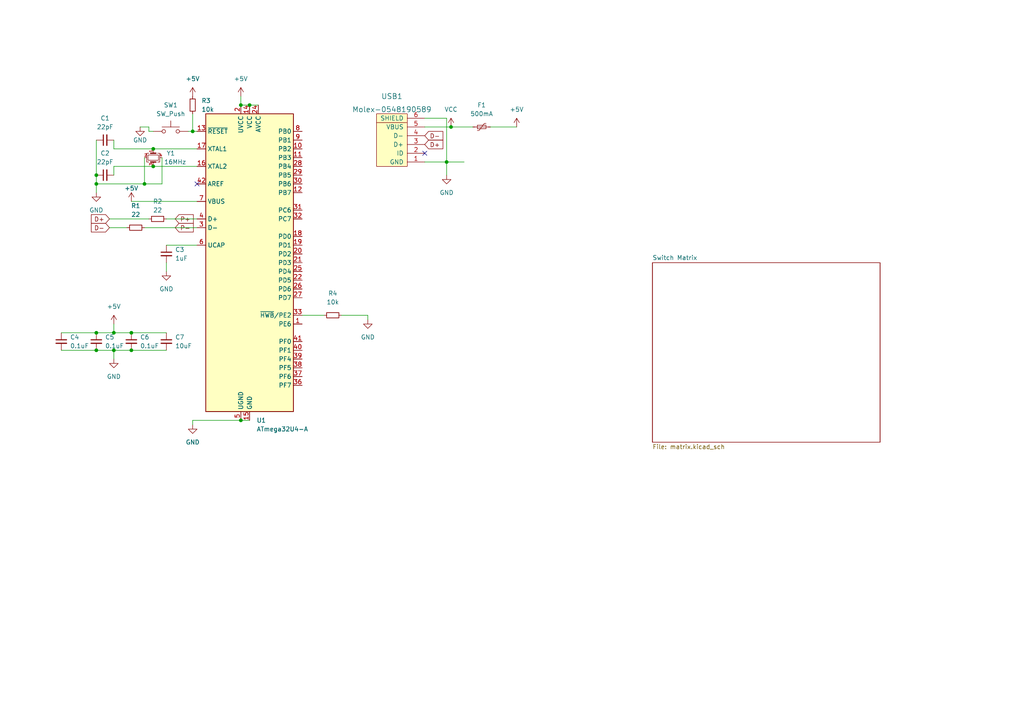
<source format=kicad_sch>
(kicad_sch (version 20211123) (generator eeschema)
  (paper "A4")
  (lib_symbols
    (symbol "Device:C_Small" (pin_numbers hide) (pin_names (offset 0.254) hide)
      (property "Reference" "C" (at 0.254 1.778 0))
      (property "Value" "C_Small" (at 0.254 -2.032 0))
      (symbol "C_Small_0_1"
        (polyline (pts (xy -1.524 -0.508) (xy 1.524 -0.508)) (stroke (width 0.3302)))
        (polyline (pts (xy -1.524 0.508) (xy 1.524 0.508)) (stroke (width 0.3048)))
      )
      (symbol "C_Small_1_1"
        (pin passive line (at 0 2.54 270) (length 2.032) (name "~") (number "1"))
        (pin passive line (at 0 -2.54 90) (length 2.032) (name "~") (number "2"))
      )
    )
    (symbol "Device:Crystal_GND24_Small" (pin_names (offset 1.016) hide)
      (property "Reference" "Y" (at 1.27 4.445 0))
      (property "Value" "Crystal_GND24_Small" (at 1.27 2.54 0))
      (symbol "Crystal_GND24_Small_0_1"
        (rectangle (start -0.762 -1.524) (end 0.762 1.524))
        (polyline (pts (xy -1.27 -0.762) (xy -1.27 0.762)) (stroke (width 0.381)))
        (polyline (pts (xy 1.27 -0.762) (xy 1.27 0.762)) (stroke (width 0.381)))
        (polyline (pts (xy -1.27 -1.27) (xy -1.27 -1.905) (xy 1.27 -1.905) (xy 1.27 -1.27)))
        (polyline (pts (xy -1.27 1.27) (xy -1.27 1.905) (xy 1.27 1.905) (xy 1.27 1.27)))
      )
      (symbol "Crystal_GND24_Small_1_1"
        (pin passive line (at -2.54 0 0) (length 1.27) (name "1") (number "1"))
        (pin passive line (at 0 -2.54 90) (length 0.635) (name "2") (number "2"))
        (pin passive line (at 2.54 0 180) (length 1.27) (name "3") (number "3"))
        (pin passive line (at 0 2.54 270) (length 0.635) (name "4") (number "4"))
      )
    )
    (symbol "Device:Polyfuse_Small" (pin_numbers hide) (pin_names (offset 0))
      (property "Reference" "F" (at -1.905 0 90))
      (property "Value" "Polyfuse_Small" (at 1.905 0 90))
      (symbol "Polyfuse_Small_0_1"
        (rectangle (start -0.508 1.27) (end 0.508 -1.27))
        (polyline (pts (xy 0 2.54) (xy 0 -2.54)))
        (polyline (pts (xy -1.016 1.27) (xy -1.016 0.762) (xy 1.016 -0.762) (xy 1.016 -1.27)))
      )
      (symbol "Polyfuse_Small_1_1"
        (pin passive line (at 0 2.54 270) (length 0.635) (name "~") (number "1"))
        (pin passive line (at 0 -2.54 90) (length 0.635) (name "~") (number "2"))
      )
    )
    (symbol "Device:R_Small" (pin_numbers hide) (pin_names (offset 0.254) hide)
      (property "Reference" "R" (at 0.762 0.508 0))
      (property "Value" "R_Small" (at 0.762 -1.016 0))
      (symbol "R_Small_0_1"
        (rectangle (start -0.762 1.778) (end 0.762 -1.778) (stroke (width 0.2032)))
      )
      (symbol "R_Small_1_1"
        (pin passive line (at 0 2.54 270) (length 0.762) (name "~") (number "1"))
        (pin passive line (at 0 -2.54 90) (length 0.762) (name "~") (number "2"))
      )
    )
    (symbol "MCU_Microchip_ATmega:ATmega32U4-A"
      (property "Reference" "U" (at -12.7 44.45 0))
      (property "Value" "ATmega32U4-A" (at 2.54 -44.45 0))
      (symbol "ATmega32U4-A_0_1"
        (rectangle (start -12.7 -43.18) (end 12.7 43.18) (stroke (width 0.254)) (fill (type background)))
      )
      (symbol "ATmega32U4-A_1_1"
        (pin bidirectional line (at 15.24 -17.78 180) (length 2.54) (name "PE6") (number "1"))
        (pin bidirectional line (at 15.24 33.02 180) (length 2.54) (name "PB2") (number "10"))
        (pin bidirectional line (at 15.24 30.48 180) (length 2.54) (name "PB3") (number "11"))
        (pin bidirectional line (at 15.24 20.32 180) (length 2.54) (name "PB7") (number "12"))
        (pin input line (at -15.24 38.1 0) (length 2.54) (name "~{RESET}") (number "13"))
        (pin power_in line (at 0 45.72 270) (length 2.54) (name "VCC") (number "14"))
        (pin power_in line (at 0 -45.72 90) (length 2.54) (name "GND") (number "15"))
        (pin output line (at -15.24 27.94 0) (length 2.54) (name "XTAL2") (number "16"))
        (pin input line (at -15.24 33.02 0) (length 2.54) (name "XTAL1") (number "17"))
        (pin bidirectional line (at 15.24 7.62 180) (length 2.54) (name "PD0") (number "18"))
        (pin bidirectional line (at 15.24 5.08 180) (length 2.54) (name "PD1") (number "19"))
        (pin power_in line (at -2.54 45.72 270) (length 2.54) (name "UVCC") (number "2"))
        (pin bidirectional line (at 15.24 2.54 180) (length 2.54) (name "PD2") (number "20"))
        (pin bidirectional line (at 15.24 0 180) (length 2.54) (name "PD3") (number "21"))
        (pin bidirectional line (at 15.24 -5.08 180) (length 2.54) (name "PD5") (number "22"))
        (pin passive line (at 0 -45.72 90) (length 2.54) hide (name "GND") (number "23"))
        (pin power_in line (at 2.54 45.72 270) (length 2.54) (name "AVCC") (number "24"))
        (pin bidirectional line (at 15.24 -2.54 180) (length 2.54) (name "PD4") (number "25"))
        (pin bidirectional line (at 15.24 -7.62 180) (length 2.54) (name "PD6") (number "26"))
        (pin bidirectional line (at 15.24 -10.16 180) (length 2.54) (name "PD7") (number "27"))
        (pin bidirectional line (at 15.24 27.94 180) (length 2.54) (name "PB4") (number "28"))
        (pin bidirectional line (at 15.24 25.4 180) (length 2.54) (name "PB5") (number "29"))
        (pin bidirectional line (at -15.24 10.16 0) (length 2.54) (name "D-") (number "3"))
        (pin bidirectional line (at 15.24 22.86 180) (length 2.54) (name "PB6") (number "30"))
        (pin bidirectional line (at 15.24 15.24 180) (length 2.54) (name "PC6") (number "31"))
        (pin bidirectional line (at 15.24 12.7 180) (length 2.54) (name "PC7") (number "32"))
        (pin bidirectional line (at 15.24 -15.24 180) (length 2.54) (name "~{HWB}/PE2") (number "33"))
        (pin passive line (at 0 45.72 270) (length 2.54) hide (name "VCC") (number "34"))
        (pin passive line (at 0 -45.72 90) (length 2.54) hide (name "GND") (number "35"))
        (pin bidirectional line (at 15.24 -35.56 180) (length 2.54) (name "PF7") (number "36"))
        (pin bidirectional line (at 15.24 -33.02 180) (length 2.54) (name "PF6") (number "37"))
        (pin bidirectional line (at 15.24 -30.48 180) (length 2.54) (name "PF5") (number "38"))
        (pin bidirectional line (at 15.24 -27.94 180) (length 2.54) (name "PF4") (number "39"))
        (pin bidirectional line (at -15.24 12.7 0) (length 2.54) (name "D+") (number "4"))
        (pin bidirectional line (at 15.24 -25.4 180) (length 2.54) (name "PF1") (number "40"))
        (pin bidirectional line (at 15.24 -22.86 180) (length 2.54) (name "PF0") (number "41"))
        (pin passive line (at -15.24 22.86 0) (length 2.54) (name "AREF") (number "42"))
        (pin passive line (at 0 -45.72 90) (length 2.54) hide (name "GND") (number "43"))
        (pin passive line (at 2.54 45.72 270) (length 2.54) hide (name "AVCC") (number "44"))
        (pin passive line (at -2.54 -45.72 90) (length 2.54) (name "UGND") (number "5"))
        (pin passive line (at -15.24 5.08 0) (length 2.54) (name "UCAP") (number "6"))
        (pin input line (at -15.24 17.78 0) (length 2.54) (name "VBUS") (number "7"))
        (pin bidirectional line (at 15.24 38.1 180) (length 2.54) (name "PB0") (number "8"))
        (pin bidirectional line (at 15.24 35.56 180) (length 2.54) (name "PB1") (number "9"))
      )
    )
    (symbol "Switch:SW_Push" (pin_numbers hide) (pin_names (offset 1.016) hide)
      (property "Reference" "SW" (at 1.27 2.54 0))
      (property "Value" "SW_Push" (at 0 -1.524 0))
      (symbol "SW_Push_0_1"
        (circle (center -2.032 0) (radius 0.508))
        (polyline (pts (xy 0 1.27) (xy 0 3.048)))
        (polyline (pts (xy 2.54 1.27) (xy -2.54 1.27)))
        (circle (center 2.032 0) (radius 0.508))
        (pin passive line (at -5.08 0 0) (length 2.54) (name "1") (number "1"))
        (pin passive line (at 5.08 0 180) (length 2.54) (name "2") (number "2"))
      )
    )
    (symbol "power:+5V" (power) (pin_names (offset 0))
      (property "Value" "+5V" (at 0 3.556 0))
      (symbol "+5V_0_1"
        (polyline (pts (xy -0.762 1.27) (xy 0 2.54)))
        (polyline (pts (xy 0 0) (xy 0 2.54)))
        (polyline (pts (xy 0 2.54) (xy 0.762 1.27)))
      )
      (symbol "+5V_1_1"
        (pin power_in line (at 0 0 90) (length 0) hide (name "+5V") (number "1"))
      )
    )
    (symbol "power:GND" (power) (pin_names (offset 0))
      (property "Value" "GND" (at 0 -3.81 0))
      (symbol "GND_0_1"
        (polyline (pts (xy 0 0) (xy 0 -1.27) (xy 1.27 -1.27) (xy 0 -2.54) (xy -1.27 -1.27) (xy 0 -1.27)))
      )
      (symbol "GND_1_1"
        (pin power_in line (at 0 0 270) (length 0) hide (name "GND") (number "1"))
      )
    )
    (symbol "power:VCC" (power) (pin_names (offset 0))
      (property "Value" "VCC" (at 0 3.81 0))
      (symbol "VCC_0_1"
        (polyline (pts (xy -0.762 1.27) (xy 0 2.54)))
        (polyline (pts (xy 0 0) (xy 0 2.54)))
        (polyline (pts (xy 0 2.54) (xy 0.762 1.27)))
      )
      (symbol "VCC_1_1"
        (pin power_in line (at 0 0 90) (length 0) hide (name "VCC") (number "1"))
      )
    )
    (symbol "random-keyboard-parts:Molex-0548190589" (pin_names (offset 1.016))
      (property "Reference" "USB" (at 0 7.62 0))
      (property "Value" "Molex-0548190589" (at 0 10.16 0))
      (symbol "Molex-0548190589_0_0"
        (polyline (pts (xy 6.35 -2.54) (xy 6.35 6.35)))
        (rectangle (start 8.89 -2.54) (end -6.35 6.35) (fill (type background)))
      )
      (symbol "Molex-0548190589_1_1"
        (pin input line (at -5.08 -7.62 90) (length 5.08) (name "GND") (number "1"))
        (pin input line (at -2.54 -7.62 90) (length 5.08) (name "ID") (number "2"))
        (pin input line (at 0 -7.62 90) (length 5.08) (name "D+") (number "3"))
        (pin input line (at 2.54 -7.62 90) (length 5.08) (name "D-") (number "4"))
        (pin input line (at 5.08 -7.62 90) (length 5.08) (name "VBUS") (number "5"))
        (pin input line (at 7.62 -7.62 90) (length 5.08) (name "SHIELD") (number "6"))
      )
    )
  )
  (junction (at 130.81 36.83))
  (junction (at 55.88 38.1))
  (junction (at 33.02 96.52))
  (junction (at 33.02 101.6))
  (junction (at 27.94 101.6))
  (junction (at 41.91 53.34))
  (junction (at 27.94 96.52))
  (junction (at 72.39 30.48))
  (junction (at 38.1 96.52))
  (junction (at 129.54 46.99))
  (junction (at 27.94 53.34))
  (junction (at 44.45 43.18))
  (junction (at 38.1 101.6))
  (junction (at 27.94 50.8))
  (junction (at 44.45 48.26))
  (junction (at 69.85 121.92))
  (junction (at 69.85 30.48))
  (no_connect (at 57.15 53.34))
  (no_connect (at 123.19 44.45))
  (wire (pts (xy 33.02 96.52) (xy 38.1 96.52)))
  (wire (pts (xy 43.18 36.83) (xy 40.64 36.83)))
  (wire (pts (xy 129.54 34.29) (xy 129.54 46.99)))
  (wire (pts (xy 123.19 36.83) (xy 130.81 36.83)))
  (wire (pts (xy 31.75 66.04) (xy 36.83 66.04)))
  (wire (pts (xy 38.1 58.42) (xy 57.15 58.42)))
  (wire (pts (xy 27.94 53.34) (xy 27.94 55.88)))
  (wire (pts (xy 27.94 40.64) (xy 27.94 50.8)))
  (wire (pts (xy 55.88 121.92) (xy 55.88 123.19)))
  (wire (pts (xy 130.81 36.83) (xy 137.16 36.83)))
  (wire (pts (xy 123.19 34.29) (xy 129.54 34.29)))
  (wire (pts (xy 129.54 46.99) (xy 129.54 50.8)))
  (wire (pts (xy 17.78 101.6) (xy 27.94 101.6)))
  (wire (pts (xy 55.88 38.1) (xy 57.15 38.1)))
  (wire (pts (xy 33.02 93.98) (xy 33.02 96.52)))
  (wire (pts (xy 41.91 53.34) (xy 46.99 53.34)))
  (wire (pts (xy 142.24 36.83) (xy 149.86 36.83)))
  (wire (pts (xy 54.61 38.1) (xy 55.88 38.1)))
  (wire (pts (xy 27.94 53.34) (xy 41.91 53.34)))
  (wire (pts (xy 38.1 101.6) (xy 48.26 101.6)))
  (wire (pts (xy 41.91 45.72) (xy 41.91 53.34)))
  (wire (pts (xy 27.94 101.6) (xy 33.02 101.6)))
  (wire (pts (xy 48.26 71.12) (xy 57.15 71.12)))
  (wire (pts (xy 44.45 43.18) (xy 33.02 43.18)))
  (wire (pts (xy 27.94 50.8) (xy 27.94 53.34)))
  (wire (pts (xy 41.91 66.04) (xy 57.15 66.04)))
  (wire (pts (xy 31.75 63.5) (xy 43.18 63.5)))
  (wire (pts (xy 99.06 91.44) (xy 106.68 91.44)))
  (wire (pts (xy 69.85 30.48) (xy 72.39 30.48)))
  (wire (pts (xy 69.85 121.92) (xy 72.39 121.92)))
  (wire (pts (xy 55.88 33.02) (xy 55.88 38.1)))
  (wire (pts (xy 87.63 91.44) (xy 93.98 91.44)))
  (wire (pts (xy 123.19 46.99) (xy 129.54 46.99)))
  (wire (pts (xy 106.68 91.44) (xy 106.68 92.71)))
  (wire (pts (xy 129.54 46.99) (xy 134.62 46.99)))
  (wire (pts (xy 33.02 40.64) (xy 33.02 43.18)))
  (wire (pts (xy 33.02 101.6) (xy 38.1 101.6)))
  (wire (pts (xy 69.85 27.94) (xy 69.85 30.48)))
  (wire (pts (xy 48.26 76.2) (xy 48.26 78.74)))
  (wire (pts (xy 33.02 101.6) (xy 33.02 104.14)))
  (wire (pts (xy 44.45 43.18) (xy 57.15 43.18)))
  (wire (pts (xy 48.26 63.5) (xy 57.15 63.5)))
  (wire (pts (xy 72.39 30.48) (xy 74.93 30.48)))
  (wire (pts (xy 55.88 121.92) (xy 69.85 121.92)))
  (wire (pts (xy 17.78 96.52) (xy 27.94 96.52)))
  (wire (pts (xy 46.99 45.72) (xy 46.99 53.34)))
  (wire (pts (xy 38.1 96.52) (xy 48.26 96.52)))
  (wire (pts (xy 43.18 38.1) (xy 43.18 36.83)))
  (wire (pts (xy 27.94 96.52) (xy 33.02 96.52)))
  (wire (pts (xy 44.45 38.1) (xy 43.18 38.1)))
  (wire (pts (xy 44.45 48.26) (xy 33.02 48.26)))
  (wire (pts (xy 33.02 48.26) (xy 33.02 50.8)))
  (wire (pts (xy 44.45 48.26) (xy 57.15 48.26)))
  (global_label "D-" (shape input) (at 31.75 66.04 180) (property "Intersheet References" "${INTERSHEET_REFS}" (effects hide)))
  (global_label "P+" (shape input) (at 50.8 63.5 0) (property "Intersheet References" "${INTERSHEET_REFS}" (effects hide)))
  (global_label "D+" (shape input) (at 123.19 41.91 0) (property "Intersheet References" "${INTERSHEET_REFS}" (effects hide)))
  (global_label "D-" (shape input) (at 123.19 39.37 0) (property "Intersheet References" "${INTERSHEET_REFS}" (effects hide)))
  (global_label "P-" (shape input) (at 50.8 66.04 0) (property "Intersheet References" "${INTERSHEET_REFS}" (effects hide)))
  (global_label "D+" (shape input) (at 31.75 63.5 180) (property "Intersheet References" "${INTERSHEET_REFS}" (effects hide)))
  (symbol (lib_id "power:GND") (at 129.54 50.8 0) (unit 1)
    (property "Reference" "#PWR0108" (effects hide))
    (property "Value" "GND" (at 129.54 55.88 0))
  )
  (symbol (lib_id "Device:C_Small") (at 30.48 40.64 90) (unit 1)
    (property "Reference" "C1" (at 30.4863 34.29 90))
    (property "Value" "22pF" (at 30.4863 36.83 90))
    (property "Footprint" "Capacitor_SMD:C_0805_2012Metric" (effects hide))
  )
  (symbol (lib_id "power:VCC") (at 130.81 36.83 0) (unit 1)
    (property "Reference" "#PWR0104" (effects hide))
    (property "Value" "VCC" (at 130.81 31.75 0))
  )
  (symbol (lib_id "Device:Crystal_GND24_Small") (at 44.45 45.72 270) (unit 1)
    (property "Reference" "Y1" (at 49.53 44.45 90))
    (property "Value" "16MHz" (at 50.8 46.99 90))
    (property "Footprint" "Crystal:Crystal_SMD_3225-4Pin_3.2x2.5mm" (effects hide))
  )
  (symbol (lib_id "Device:C_Small") (at 27.94 99.06 0) (unit 1)
    (property "Reference" "C5" (at 30.48 97.7962 0) (effects (justify left)))
    (property "Value" "0.1uF" (at 30.48 100.3362 0) (effects (justify left)))
    (property "Footprint" "Capacitor_SMD:C_0805_2012Metric" (effects hide))
  )
  (symbol (lib_id "power:+5V") (at 55.88 27.94 0) (mirror y) (unit 1)
    (property "Reference" "#PWR0111" (effects hide))
    (property "Value" "+5V" (at 55.88 22.86 0))
  )
  (symbol (lib_id "Device:R_Small") (at 39.37 66.04 90) (unit 1)
    (property "Reference" "R1" (at 39.37 59.69 90))
    (property "Value" "22" (at 39.37 62.23 90))
    (property "Footprint" "Resistor_SMD:R_0805_2012Metric" (effects hide))
  )
  (symbol (lib_id "power:GND") (at 106.68 92.71 0) (unit 1)
    (property "Reference" "#PWR0107" (effects hide))
    (property "Value" "GND" (at 106.68 97.79 0))
  )
  (symbol (lib_id "power:GND") (at 27.94 55.88 0) (unit 1)
    (property "Reference" "#PWR0101" (effects hide))
    (property "Value" "GND" (at 27.94 60.96 0))
  )
  (symbol (lib_id "Device:R_Small") (at 96.52 91.44 90) (unit 1)
    (property "Reference" "R4" (at 96.52 85.09 90))
    (property "Value" "10k" (at 96.52 87.63 90))
    (property "Footprint" "Resistor_SMD:R_0805_2012Metric" (effects hide))
  )
  (symbol (lib_id "Device:Polyfuse_Small") (at 139.7 36.83 90) (unit 1)
    (property "Reference" "F1" (at 139.7 30.48 90))
    (property "Value" "500mA" (at 139.7 33.02 90))
    (property "Footprint" "Fuse:Fuse_1206_3216Metric" (effects hide))
  )
  (symbol (lib_id "Device:C_Small") (at 48.26 73.66 0) (unit 1)
    (property "Reference" "C3" (at 50.8 72.3962 0) (effects (justify left)))
    (property "Value" "1uF" (at 50.8 74.9362 0) (effects (justify left)))
    (property "Footprint" "Capacitor_SMD:C_0805_2012Metric" (effects hide))
  )
  (symbol (lib_id "power:GND") (at 55.88 123.19 0) (unit 1)
    (property "Reference" "#PWR0106" (effects hide))
    (property "Value" "GND" (at 55.88 128.27 0))
  )
  (symbol (lib_id "Device:C_Small") (at 17.78 99.06 0) (unit 1)
    (property "Reference" "C4" (at 20.32 97.7962 0) (effects (justify left)))
    (property "Value" "0.1uF" (at 20.32 100.3362 0) (effects (justify left)))
    (property "Footprint" "Capacitor_SMD:C_0805_2012Metric" (effects hide))
  )
  (symbol (lib_id "power:+5V") (at 33.02 93.98 0) (unit 1)
    (property "Reference" "#PWR0103" (effects hide))
    (property "Value" "+5V" (at 33.02 88.9 0))
  )
  (symbol (lib_id "Device:C_Small") (at 30.48 50.8 90) (unit 1)
    (property "Reference" "C2" (at 30.48 44.45 90))
    (property "Value" "22pF" (at 30.48 46.99 90))
    (property "Footprint" "Capacitor_SMD:C_0805_2012Metric" (effects hide))
  )
  (symbol (lib_id "Device:R_Small") (at 45.72 63.5 90) (unit 1)
    (property "Reference" "R2" (at 45.72 58.42 90))
    (property "Value" "22" (at 45.72 60.96 90))
    (property "Footprint" "Resistor_SMD:R_0805_2012Metric" (effects hide))
  )
  (symbol (lib_id "Device:R_Small") (at 55.88 30.48 0) (unit 1)
    (property "Reference" "R3" (at 58.42 29.2099 0) (effects (justify left)))
    (property "Value" "10k" (at 58.42 31.7499 0) (effects (justify left)))
    (property "Footprint" "Resistor_SMD:R_0805_2012Metric" (effects hide))
  )
  (symbol (lib_id "power:+5V") (at 149.86 36.83 0) (unit 1)
    (property "Reference" "#PWR0105" (effects hide))
    (property "Value" "+5V" (at 149.86 31.75 0))
  )
  (symbol (lib_id "random-keyboard-parts:Molex-0548190589") (at 115.57 41.91 90) (unit 1)
    (property "Reference" "USB1" (at 113.665 27.94 90) (effects (font (size 1.524 1.524))))
    (property "Value" "Molex-0548190589" (at 113.665 31.75 90) (effects (font (size 1.524 1.524))))
    (property "Footprint" "random-keyboard-parts:Molex-0548190589" (effects hide))
  )
  (symbol (lib_id "Switch:SW_Push") (at 49.53 38.1 0) (unit 1)
    (property "Reference" "SW1" (at 49.53 30.48 0))
    (property "Value" "SW_Push" (at 49.53 33.02 0))
    (property "Footprint" "random-keyboard-parts:SKQG-1155865" (effects hide))
  )
  (symbol (lib_id "power:+5V") (at 69.85 27.94 0) (unit 1)
    (property "Reference" "#PWR0112" (effects hide))
    (property "Value" "+5V" (at 69.85 22.86 0))
  )
  (symbol (lib_id "Device:C_Small") (at 48.26 99.06 0) (unit 1)
    (property "Reference" "C7" (at 50.8 97.7962 0) (effects (justify left)))
    (property "Value" "10uF" (at 50.8 100.3362 0) (effects (justify left)))
    (property "Footprint" "Capacitor_SMD:C_0805_2012Metric" (effects hide))
  )
  (symbol (lib_id "power:+5V") (at 38.1 58.42 0) (unit 1)
    (property "Reference" "#PWR0113" (effects hide))
    (property "Value" "+5V" (at 38.1 54.61 0))
  )
  (symbol (lib_id "power:GND") (at 40.64 36.83 0) (unit 1)
    (property "Reference" "#PWR0110" (effects hide))
    (property "Value" "GND" (at 40.64 40.64 0))
  )
  (symbol (lib_id "MCU_Microchip_ATmega:ATmega32U4-A") (at 72.39 76.2 0) (unit 1)
    (property "Reference" "U1" (at 74.4094 121.92 0) (effects (justify left)))
    (property "Value" "ATmega32U4-A" (at 74.4094 124.46 0) (effects (justify left)))
    (property "Footprint" "Package_QFP:TQFP-44_10x10mm_P0.8mm" (effects hide))
    (property "Datasheet" "http://ww1.microchip.com/downloads/en/DeviceDoc/Atmel-7766-8-bit-AVR-ATmega16U4-32U4_Datasheet.pdf" (effects hide))
  )
  (symbol (lib_id "power:GND") (at 33.02 104.14 0) (unit 1)
    (property "Reference" "#PWR0102" (effects hide))
    (property "Value" "GND" (at 33.02 109.22 0))
  )
  (symbol (lib_id "power:GND") (at 48.26 78.74 0) (unit 1)
    (property "Reference" "#PWR0109" (effects hide))
    (property "Value" "GND" (at 48.26 83.82 0))
  )
  (symbol (lib_id "Device:C_Small") (at 38.1 99.06 0) (unit 1)
    (property "Reference" "C6" (at 40.64 97.7962 0) (effects (justify left)))
    (property "Value" "0.1uF" (at 40.64 100.3362 0) (effects (justify left)))
    (property "Footprint" "Capacitor_SMD:C_0805_2012Metric" (effects hide))
  )
  (sheet (at 189.23 76.2) (size 66.04 52.07) (stroke (width 0.1524))
    (property "Sheet name" "Switch Matrix" (at 189.23 75.4884 0) (effects (justify left bottom)))
    (property "Sheet file" "matrix.kicad_sch" (at 189.23 128.8546 0) (effects (justify left top)))
  )
)
</source>
